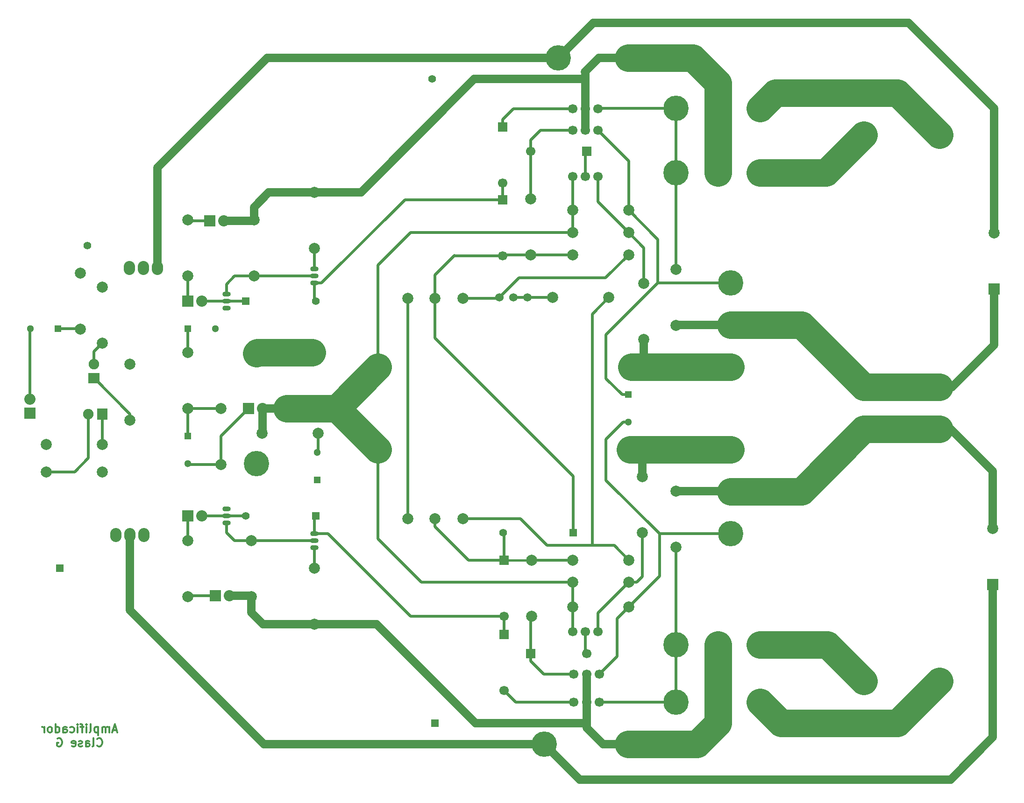
<source format=gbr>
G04 #@! TF.FileFunction,Copper,L2,Bot,Signal*
%FSLAX46Y46*%
G04 Gerber Fmt 4.6, Leading zero omitted, Abs format (unit mm)*
G04 Created by KiCad (PCBNEW (2016-09-05 BZR 7119, Git caafcde)-product) date Tue Sep 20 16:16:29 2016*
%MOMM*%
%LPD*%
G01*
G04 APERTURE LIST*
%ADD10C,0.100000*%
%ADD11C,0.300000*%
%ADD12C,4.600000*%
%ADD13C,1.699260*%
%ADD14R,1.699260X1.699260*%
%ADD15R,1.397000X1.397000*%
%ADD16C,1.397000*%
%ADD17C,1.998980*%
%ADD18R,2.032000X2.032000*%
%ADD19O,2.032000X2.032000*%
%ADD20R,1.300000X1.300000*%
%ADD21C,1.300000*%
%ADD22R,2.000000X1.900000*%
%ADD23C,1.900000*%
%ADD24C,1.800000*%
%ADD25R,1.998980X1.998980*%
%ADD26R,1.900000X2.000000*%
%ADD27C,2.000000*%
%ADD28C,1.524000*%
%ADD29O,2.032000X2.540000*%
%ADD30O,1.501140X0.899160*%
%ADD31C,0.500000*%
%ADD32C,1.500000*%
%ADD33C,5.000000*%
%ADD34C,0.400000*%
G04 APERTURE END LIST*
D10*
D11*
X64714285Y-145975000D02*
X64000000Y-145975000D01*
X64857142Y-146403571D02*
X64357142Y-144903571D01*
X63857142Y-146403571D01*
X63357142Y-146403571D02*
X63357142Y-145403571D01*
X63357142Y-145546428D02*
X63285714Y-145475000D01*
X63142857Y-145403571D01*
X62928571Y-145403571D01*
X62785714Y-145475000D01*
X62714285Y-145617857D01*
X62714285Y-146403571D01*
X62714285Y-145617857D02*
X62642857Y-145475000D01*
X62500000Y-145403571D01*
X62285714Y-145403571D01*
X62142857Y-145475000D01*
X62071428Y-145617857D01*
X62071428Y-146403571D01*
X61357142Y-145403571D02*
X61357142Y-146903571D01*
X61357142Y-145475000D02*
X61214285Y-145403571D01*
X60928571Y-145403571D01*
X60785714Y-145475000D01*
X60714285Y-145546428D01*
X60642857Y-145689285D01*
X60642857Y-146117857D01*
X60714285Y-146260714D01*
X60785714Y-146332142D01*
X60928571Y-146403571D01*
X61214285Y-146403571D01*
X61357142Y-146332142D01*
X59785714Y-146403571D02*
X59928571Y-146332142D01*
X60000000Y-146189285D01*
X60000000Y-144903571D01*
X59214285Y-146403571D02*
X59214285Y-145403571D01*
X59214285Y-144903571D02*
X59285714Y-144975000D01*
X59214285Y-145046428D01*
X59142857Y-144975000D01*
X59214285Y-144903571D01*
X59214285Y-145046428D01*
X58714285Y-145403571D02*
X58142857Y-145403571D01*
X58500000Y-146403571D02*
X58500000Y-145117857D01*
X58428571Y-144975000D01*
X58285714Y-144903571D01*
X58142857Y-144903571D01*
X57642857Y-146403571D02*
X57642857Y-145403571D01*
X57642857Y-144903571D02*
X57714285Y-144975000D01*
X57642857Y-145046428D01*
X57571428Y-144975000D01*
X57642857Y-144903571D01*
X57642857Y-145046428D01*
X56285714Y-146332142D02*
X56428571Y-146403571D01*
X56714285Y-146403571D01*
X56857142Y-146332142D01*
X56928571Y-146260714D01*
X57000000Y-146117857D01*
X57000000Y-145689285D01*
X56928571Y-145546428D01*
X56857142Y-145475000D01*
X56714285Y-145403571D01*
X56428571Y-145403571D01*
X56285714Y-145475000D01*
X55000000Y-146403571D02*
X55000000Y-145617857D01*
X55071428Y-145475000D01*
X55214285Y-145403571D01*
X55500000Y-145403571D01*
X55642857Y-145475000D01*
X55000000Y-146332142D02*
X55142857Y-146403571D01*
X55500000Y-146403571D01*
X55642857Y-146332142D01*
X55714285Y-146189285D01*
X55714285Y-146046428D01*
X55642857Y-145903571D01*
X55500000Y-145832142D01*
X55142857Y-145832142D01*
X55000000Y-145760714D01*
X53642857Y-146403571D02*
X53642857Y-144903571D01*
X53642857Y-146332142D02*
X53785714Y-146403571D01*
X54071428Y-146403571D01*
X54214285Y-146332142D01*
X54285714Y-146260714D01*
X54357142Y-146117857D01*
X54357142Y-145689285D01*
X54285714Y-145546428D01*
X54214285Y-145475000D01*
X54071428Y-145403571D01*
X53785714Y-145403571D01*
X53642857Y-145475000D01*
X52714285Y-146403571D02*
X52857142Y-146332142D01*
X52928571Y-146260714D01*
X53000000Y-146117857D01*
X53000000Y-145689285D01*
X52928571Y-145546428D01*
X52857142Y-145475000D01*
X52714285Y-145403571D01*
X52500000Y-145403571D01*
X52357142Y-145475000D01*
X52285714Y-145546428D01*
X52214285Y-145689285D01*
X52214285Y-146117857D01*
X52285714Y-146260714D01*
X52357142Y-146332142D01*
X52500000Y-146403571D01*
X52714285Y-146403571D01*
X51571428Y-146403571D02*
X51571428Y-145403571D01*
X51571428Y-145689285D02*
X51500000Y-145546428D01*
X51428571Y-145475000D01*
X51285714Y-145403571D01*
X51142857Y-145403571D01*
X61178571Y-148810714D02*
X61250000Y-148882142D01*
X61464285Y-148953571D01*
X61607142Y-148953571D01*
X61821428Y-148882142D01*
X61964285Y-148739285D01*
X62035714Y-148596428D01*
X62107142Y-148310714D01*
X62107142Y-148096428D01*
X62035714Y-147810714D01*
X61964285Y-147667857D01*
X61821428Y-147525000D01*
X61607142Y-147453571D01*
X61464285Y-147453571D01*
X61250000Y-147525000D01*
X61178571Y-147596428D01*
X60321428Y-148953571D02*
X60464285Y-148882142D01*
X60535714Y-148739285D01*
X60535714Y-147453571D01*
X59107142Y-148953571D02*
X59107142Y-148167857D01*
X59178571Y-148025000D01*
X59321428Y-147953571D01*
X59607142Y-147953571D01*
X59750000Y-148025000D01*
X59107142Y-148882142D02*
X59250000Y-148953571D01*
X59607142Y-148953571D01*
X59750000Y-148882142D01*
X59821428Y-148739285D01*
X59821428Y-148596428D01*
X59750000Y-148453571D01*
X59607142Y-148382142D01*
X59250000Y-148382142D01*
X59107142Y-148310714D01*
X58464285Y-148882142D02*
X58321428Y-148953571D01*
X58035714Y-148953571D01*
X57892857Y-148882142D01*
X57821428Y-148739285D01*
X57821428Y-148667857D01*
X57892857Y-148525000D01*
X58035714Y-148453571D01*
X58250000Y-148453571D01*
X58392857Y-148382142D01*
X58464285Y-148239285D01*
X58464285Y-148167857D01*
X58392857Y-148025000D01*
X58250000Y-147953571D01*
X58035714Y-147953571D01*
X57892857Y-148025000D01*
X56607142Y-148882142D02*
X56750000Y-148953571D01*
X57035714Y-148953571D01*
X57178571Y-148882142D01*
X57250000Y-148739285D01*
X57250000Y-148167857D01*
X57178571Y-148025000D01*
X57035714Y-147953571D01*
X56750000Y-147953571D01*
X56607142Y-148025000D01*
X56535714Y-148167857D01*
X56535714Y-148310714D01*
X57250000Y-148453571D01*
X53964285Y-147525000D02*
X54107142Y-147453571D01*
X54321428Y-147453571D01*
X54535714Y-147525000D01*
X54678571Y-147667857D01*
X54750000Y-147810714D01*
X54821428Y-148096428D01*
X54821428Y-148310714D01*
X54750000Y-148596428D01*
X54678571Y-148739285D01*
X54535714Y-148882142D01*
X54321428Y-148953571D01*
X54178571Y-148953571D01*
X53964285Y-148882142D01*
X53892857Y-148810714D01*
X53892857Y-148310714D01*
X54178571Y-148310714D01*
D12*
X166116000Y-44958000D03*
X173736000Y-44958000D03*
X181356000Y-44958000D03*
X175980000Y-64920000D03*
X175980000Y-72540000D03*
X175980000Y-80160000D03*
X175980000Y-110400000D03*
X175980000Y-102780000D03*
X175980000Y-95160000D03*
X166116000Y-33274000D03*
X173736000Y-33274000D03*
X181356000Y-33274000D03*
D13*
X139722000Y-41024000D03*
D14*
X149882000Y-41024000D03*
D15*
X147450000Y-110160000D03*
D16*
X134750000Y-110160000D03*
D17*
X157556000Y-115160000D03*
X147396000Y-115160000D03*
D13*
X149896000Y-132160000D03*
D14*
X139736000Y-132160000D03*
D17*
X147396000Y-119160000D03*
X157556000Y-119160000D03*
X147396000Y-123660000D03*
X157556000Y-123660000D03*
D13*
X149687080Y-128160000D03*
X147396000Y-128160000D03*
X151978160Y-128160000D03*
D17*
X77586000Y-111660000D03*
X77586000Y-121820000D03*
D18*
X82586000Y-121660000D03*
D19*
X85126000Y-121660000D03*
D17*
X89086000Y-111660000D03*
X89086000Y-121820000D03*
D20*
X101086000Y-100660000D03*
D21*
X101086000Y-95660000D03*
D17*
X91086000Y-92160000D03*
X101246000Y-92160000D03*
D18*
X88586000Y-87660000D03*
D19*
X91126000Y-87660000D03*
D17*
X100086000Y-77500000D03*
X100086000Y-87660000D03*
D12*
X90086000Y-97660000D03*
D15*
X95586000Y-87660000D03*
D16*
X95586000Y-77500000D03*
D12*
X90086000Y-77660000D03*
D17*
X51926000Y-99160000D03*
X62086000Y-99160000D03*
X51926000Y-94160000D03*
X62086000Y-94160000D03*
D18*
X77586000Y-107160000D03*
D19*
X80126000Y-107160000D03*
D22*
X60586000Y-82200000D03*
D23*
X60586000Y-79660000D03*
D24*
X112090000Y-95160000D03*
X157810000Y-95160000D03*
D20*
X77586000Y-73160000D03*
D21*
X82586000Y-73160000D03*
D20*
X54086000Y-73160000D03*
D21*
X49086000Y-73160000D03*
D20*
X157450000Y-85160000D03*
D21*
X157450000Y-90160000D03*
D15*
X122428000Y-144780000D03*
D16*
X135128000Y-144780000D03*
D15*
X72086000Y-58160000D03*
D16*
X59386000Y-58160000D03*
D15*
X54386000Y-116660000D03*
D16*
X67086000Y-116660000D03*
D15*
X134620000Y-27940000D03*
D16*
X121920000Y-27940000D03*
D15*
X100786000Y-107160000D03*
D16*
X88086000Y-107160000D03*
D15*
X88086000Y-68160000D03*
D16*
X100786000Y-68160000D03*
D20*
X77586000Y-92660000D03*
D21*
X77586000Y-97660000D03*
D17*
X223774000Y-55880000D03*
D25*
X223774000Y-66040000D03*
D13*
X134664000Y-46790000D03*
D14*
X134664000Y-36630000D03*
D13*
X134664000Y-59950000D03*
D14*
X134664000Y-49790000D03*
D13*
X134896000Y-125320000D03*
D14*
X134896000Y-115160000D03*
D13*
X134898540Y-138820520D03*
D14*
X134898540Y-128660520D03*
D17*
X223520000Y-109474000D03*
D25*
X223520000Y-119634000D03*
D26*
X62086000Y-88660000D03*
D23*
X59546000Y-88660000D03*
D18*
X77586000Y-68160000D03*
D19*
X80126000Y-68160000D03*
D18*
X81586000Y-53660000D03*
D19*
X84126000Y-53660000D03*
D13*
X149628000Y-33290000D03*
X151919080Y-33290000D03*
X147336920Y-33290000D03*
X149633080Y-37214000D03*
X151924160Y-37214000D03*
X147342000Y-37214000D03*
X149865080Y-135890000D03*
X152156160Y-135890000D03*
X147574000Y-135890000D03*
D12*
X166116000Y-140970000D03*
X173736000Y-140970000D03*
X181356000Y-140970000D03*
D13*
X149865080Y-140970000D03*
X152156160Y-140970000D03*
X147574000Y-140970000D03*
D12*
X166116000Y-130556000D03*
X173736000Y-130556000D03*
X181356000Y-130556000D03*
D27*
X117500000Y-67660000D03*
X122400000Y-67660000D03*
X127450000Y-67660000D03*
X117500000Y-107660000D03*
X122400000Y-107660000D03*
X127450000Y-107660000D03*
D17*
X166116000Y-62484000D03*
X166116000Y-72644000D03*
D24*
X157810000Y-80160000D03*
X112090000Y-80160000D03*
D17*
X157502000Y-51692000D03*
X147342000Y-51692000D03*
X166116000Y-102660000D03*
X166116000Y-112820000D03*
X139722000Y-49660000D03*
X139722000Y-59820000D03*
X139896000Y-125320000D03*
X139896000Y-115160000D03*
X100586000Y-116660000D03*
X100586000Y-126820000D03*
X77586000Y-87660000D03*
X77586000Y-77500000D03*
X83586000Y-97820000D03*
X83586000Y-87660000D03*
X58086000Y-63160000D03*
X58086000Y-73320000D03*
X100586000Y-48500000D03*
X100586000Y-58660000D03*
D24*
X200152000Y-91440000D03*
X200152000Y-137160000D03*
X213868000Y-91440000D03*
X213868000Y-137160000D03*
X213868000Y-38100000D03*
X213868000Y-83820000D03*
X200152000Y-38100000D03*
X200152000Y-83820000D03*
D17*
X157502000Y-59820000D03*
X147342000Y-59820000D03*
X89586000Y-53500000D03*
X89586000Y-63660000D03*
X157502000Y-55756000D03*
X147342000Y-55756000D03*
X160274000Y-75184000D03*
X160274000Y-65024000D03*
X159950000Y-100000000D03*
X159950000Y-110160000D03*
X77586000Y-53500000D03*
X77586000Y-63660000D03*
X143764000Y-67564000D03*
X153924000Y-67564000D03*
D28*
X136652000Y-67564000D03*
X139192000Y-67564000D03*
X134112000Y-67564000D03*
D17*
X67086000Y-79660000D03*
X67086000Y-89820000D03*
X62086000Y-75820000D03*
X62086000Y-65660000D03*
D12*
X157480000Y-24130000D03*
X144780000Y-24130000D03*
X142240000Y-148590000D03*
X157480000Y-148590000D03*
D29*
X69586000Y-62160000D03*
X67046000Y-62160000D03*
X72126000Y-62160000D03*
X67126000Y-110660000D03*
X64586000Y-110660000D03*
X69666000Y-110660000D03*
D13*
X149628000Y-45596000D03*
X147336920Y-45596000D03*
X151919080Y-45596000D03*
D30*
X100586000Y-111660000D03*
X100586000Y-110390000D03*
X100586000Y-112930000D03*
X84586000Y-107160000D03*
X84586000Y-105890000D03*
X84586000Y-108430000D03*
X84586000Y-68160000D03*
X84586000Y-69430000D03*
X84586000Y-66890000D03*
X100586000Y-63660000D03*
X100586000Y-64930000D03*
X100586000Y-62390000D03*
D18*
X49000000Y-88540000D03*
D19*
X49000000Y-86000000D03*
D31*
X77586000Y-77500000D02*
X77586000Y-73160000D01*
X54086000Y-73160000D02*
X57926000Y-73160000D01*
X57926000Y-73160000D02*
X58086000Y-73320000D01*
X49000000Y-86000000D02*
X49000000Y-73246000D01*
X49000000Y-73246000D02*
X49086000Y-73160000D01*
X162814000Y-64796000D02*
X162938000Y-64920000D01*
X162938000Y-64920000D02*
X175980000Y-64920000D01*
X153416000Y-74323248D02*
X153416000Y-82276000D01*
X153416000Y-82276000D02*
X156300000Y-85160000D01*
X156300000Y-85160000D02*
X157450000Y-85160000D01*
X162814000Y-64796000D02*
X162814000Y-64925248D01*
X162814000Y-64925248D02*
X153416000Y-74323248D01*
X162814000Y-57004000D02*
X162814000Y-64796000D01*
X157502000Y-51692000D02*
X162814000Y-57004000D01*
X151924160Y-37214000D02*
X157502000Y-42791840D01*
X157502000Y-42791840D02*
X157502000Y-51692000D01*
X155448000Y-125768000D02*
X155448000Y-132598160D01*
X155448000Y-132598160D02*
X152156160Y-135890000D01*
X157556000Y-123660000D02*
X155448000Y-125768000D01*
X163120000Y-110400000D02*
X163120000Y-118096000D01*
X163120000Y-118096000D02*
X157556000Y-123660000D01*
X175980000Y-110400000D02*
X172727309Y-110400000D01*
X172727309Y-110400000D02*
X163120000Y-110400000D01*
X163120000Y-110400000D02*
X153416000Y-100696000D01*
X153416000Y-100696000D02*
X153416000Y-93274762D01*
X157450000Y-90160000D02*
X156530762Y-90160000D01*
X156530762Y-90160000D02*
X153416000Y-93274762D01*
X130000000Y-144780000D02*
X129794000Y-144780000D01*
D32*
X130000000Y-144780000D02*
X135128000Y-144780000D01*
X111834000Y-126820000D02*
X129794000Y-144780000D01*
X100586000Y-126820000D02*
X111834000Y-126820000D01*
X89086000Y-121820000D02*
X89086000Y-124660000D01*
X89086000Y-124660000D02*
X91246000Y-126820000D01*
X91246000Y-126820000D02*
X100586000Y-126820000D01*
X85126000Y-121660000D02*
X88926000Y-121660000D01*
X88926000Y-121660000D02*
X89086000Y-121820000D01*
X135128000Y-144780000D02*
X149865080Y-144780000D01*
X149865080Y-140970000D02*
X149865080Y-145547080D01*
X149865080Y-135890000D02*
X149865080Y-140970000D01*
X157480000Y-148590000D02*
X152908000Y-148590000D01*
X152908000Y-148590000D02*
X149865080Y-145547080D01*
D31*
X149865080Y-140970000D02*
X149865080Y-144780000D01*
X149865080Y-144780000D02*
X149865080Y-145547080D01*
D33*
X173736000Y-144780000D02*
X173736000Y-140970000D01*
X169926000Y-148590000D02*
X173736000Y-144780000D01*
X157480000Y-148590000D02*
X169926000Y-148590000D01*
X173736000Y-130556000D02*
X173736000Y-140970000D01*
D32*
X72086000Y-58160000D02*
X72086000Y-62120000D01*
X72086000Y-62120000D02*
X72126000Y-62160000D01*
X72086000Y-44000000D02*
X72086000Y-58160000D01*
X144780000Y-24130000D02*
X91956000Y-24130000D01*
X91956000Y-24130000D02*
X72086000Y-44000000D01*
X208280000Y-17780000D02*
X151130000Y-17780000D01*
X151130000Y-17780000D02*
X144780000Y-24130000D01*
X223774000Y-55880000D02*
X223774000Y-33274000D01*
X223774000Y-33274000D02*
X208280000Y-17780000D01*
X223520000Y-119634000D02*
X223520000Y-147320000D01*
X215840000Y-155000000D02*
X223520000Y-147320000D01*
X142240000Y-148590000D02*
X148650000Y-155000000D01*
X148650000Y-155000000D02*
X215840000Y-155000000D01*
X215840000Y-155000000D02*
X215900000Y-154940000D01*
X91440000Y-148590000D02*
X142240000Y-148590000D01*
X67086000Y-116660000D02*
X67086000Y-124236000D01*
X67086000Y-124236000D02*
X91440000Y-148590000D01*
X67126000Y-110660000D02*
X67126000Y-116620000D01*
X67126000Y-116620000D02*
X67086000Y-116660000D01*
D31*
X215900000Y-154940000D02*
X223520000Y-147320000D01*
D32*
X100586000Y-48500000D02*
X108980000Y-48500000D01*
X92246000Y-48500000D02*
X100586000Y-48500000D01*
X89586000Y-53500000D02*
X89586000Y-51160000D01*
X89586000Y-51160000D02*
X92246000Y-48500000D01*
X84126000Y-53660000D02*
X89426000Y-53660000D01*
X89426000Y-53660000D02*
X89586000Y-53500000D01*
X134620000Y-27940000D02*
X129540000Y-27940000D01*
X129540000Y-27940000D02*
X108980000Y-48500000D01*
X149628000Y-28000000D02*
X149628000Y-33290000D01*
X149628000Y-26692000D02*
X149628000Y-28000000D01*
X149628000Y-28000000D02*
X149568000Y-27940000D01*
X149568000Y-27940000D02*
X134620000Y-27940000D01*
X149606000Y-26670000D02*
X149628000Y-26692000D01*
X157480000Y-24130000D02*
X152146000Y-24130000D01*
X152146000Y-24130000D02*
X149606000Y-26670000D01*
X149628000Y-33290000D02*
X149628000Y-37208920D01*
X149628000Y-37208920D02*
X149633080Y-37214000D01*
D31*
X149606000Y-26670000D02*
X149606000Y-27940000D01*
X149606000Y-27940000D02*
X149606000Y-31960000D01*
X134620000Y-27940000D02*
X135818500Y-27940000D01*
X135818500Y-27940000D02*
X149606000Y-27940000D01*
X149606000Y-31960000D02*
X149628000Y-31982000D01*
X149628000Y-31982000D02*
X149628000Y-33290000D01*
D33*
X173736000Y-28702000D02*
X173736000Y-33274000D01*
X169164000Y-24130000D02*
X173736000Y-28702000D01*
X157480000Y-24130000D02*
X169164000Y-24130000D01*
X173736000Y-33274000D02*
X173736000Y-44958000D01*
D31*
X149633080Y-37214000D02*
X149561455Y-37214000D01*
X101246000Y-92160000D02*
X101246000Y-95500000D01*
X101246000Y-95500000D02*
X101086000Y-95660000D01*
X103024000Y-110390000D02*
X117954000Y-125320000D01*
X117954000Y-125320000D02*
X134896000Y-125320000D01*
X100586000Y-110390000D02*
X103024000Y-110390000D01*
X134896000Y-125320000D02*
X134896000Y-128657980D01*
X134896000Y-128657980D02*
X134898540Y-128660520D01*
X100586000Y-110390000D02*
X100586000Y-107360000D01*
X100586000Y-107360000D02*
X100786000Y-107160000D01*
X84586000Y-107160000D02*
X80126000Y-107160000D01*
X88086000Y-107160000D02*
X84586000Y-107160000D01*
X84586000Y-68160000D02*
X88086000Y-68160000D01*
X84586000Y-68160000D02*
X80126000Y-68160000D01*
X100586000Y-64930000D02*
X101836570Y-64930000D01*
X101836570Y-64930000D02*
X116976570Y-49790000D01*
X116976570Y-49790000D02*
X133314370Y-49790000D01*
X133314370Y-49790000D02*
X134664000Y-49790000D01*
X134664000Y-46790000D02*
X134664000Y-49790000D01*
X100586000Y-64930000D02*
X100586000Y-67960000D01*
X100586000Y-67960000D02*
X100786000Y-68160000D01*
X77586000Y-87660000D02*
X83586000Y-87660000D01*
X77586000Y-87660000D02*
X77586000Y-89073492D01*
X77586000Y-89073492D02*
X77586000Y-92660000D01*
X83586000Y-92660000D02*
X88586000Y-87660000D01*
X83586000Y-97820000D02*
X83586000Y-92660000D01*
X83586000Y-97820000D02*
X77746000Y-97820000D01*
X77746000Y-97820000D02*
X77586000Y-97660000D01*
X147450000Y-110160000D02*
X147450000Y-99952000D01*
X147450000Y-99952000D02*
X122400000Y-74902000D01*
X122400000Y-74902000D02*
X122400000Y-67660000D01*
X125984000Y-59944000D02*
X125990000Y-59950000D01*
X125990000Y-59950000D02*
X134664000Y-59950000D01*
X122428000Y-63500000D02*
X125984000Y-59944000D01*
X122428000Y-66217787D02*
X122428000Y-63500000D01*
X122400000Y-67660000D02*
X122400000Y-66245787D01*
X122400000Y-66245787D02*
X122428000Y-66217787D01*
X139722000Y-59820000D02*
X143532000Y-59820000D01*
X143532000Y-59820000D02*
X144040000Y-59820000D01*
X145928508Y-59820000D02*
X143532000Y-59820000D01*
X147342000Y-59820000D02*
X145928508Y-59820000D01*
X139722000Y-59820000D02*
X134794000Y-59820000D01*
X134794000Y-59820000D02*
X134664000Y-59950000D01*
D34*
X122610000Y-67450000D02*
X122400000Y-67660000D01*
D31*
X122400000Y-107660000D02*
X122400000Y-109074213D01*
X122400000Y-109074213D02*
X128485787Y-115160000D01*
X128485787Y-115160000D02*
X134896000Y-115160000D01*
X134896000Y-115160000D02*
X134896000Y-110306000D01*
X134896000Y-110306000D02*
X134750000Y-110160000D01*
X147396000Y-115160000D02*
X144896000Y-115160000D01*
X134950000Y-110360000D02*
X134750000Y-110160000D01*
X147196000Y-114960000D02*
X147396000Y-115160000D01*
X139896000Y-115160000D02*
X144896000Y-115160000D01*
D34*
X139736000Y-115160000D02*
X134896000Y-115160000D01*
X134846000Y-115110000D02*
X134896000Y-115160000D01*
D32*
X175980000Y-72540000D02*
X166220000Y-72540000D01*
X166220000Y-72540000D02*
X166116000Y-72644000D01*
X213868000Y-83820000D02*
X216154000Y-83820000D01*
X216154000Y-83820000D02*
X223774000Y-76200000D01*
X223774000Y-66040000D02*
X223774000Y-76200000D01*
D33*
X213868000Y-83820000D02*
X200152000Y-83820000D01*
X175980000Y-72540000D02*
X188872000Y-72540000D01*
X188872000Y-72540000D02*
X200152000Y-83820000D01*
D31*
X134664000Y-36630000D02*
X134664000Y-35280370D01*
X134664000Y-35280370D02*
X136654370Y-33290000D01*
X136654370Y-33290000D02*
X147336920Y-33290000D01*
X147574000Y-140970000D02*
X137048020Y-140970000D01*
X137048020Y-140970000D02*
X134898540Y-138820520D01*
X141500000Y-37214000D02*
X147342000Y-37214000D01*
X139722000Y-38992000D02*
X141500000Y-37214000D01*
X139722000Y-41024000D02*
X139722000Y-38992000D01*
X139722000Y-41024000D02*
X139722000Y-42225558D01*
X139722000Y-42225558D02*
X139722000Y-49660000D01*
X149628000Y-45596000D02*
X149628000Y-41278000D01*
X149628000Y-41278000D02*
X149882000Y-41024000D01*
X149687080Y-131951080D02*
X149896000Y-132160000D01*
X149687080Y-128160000D02*
X149687080Y-131951080D01*
X147574000Y-135890000D02*
X142116370Y-135890000D01*
X142116370Y-135890000D02*
X139736000Y-133509630D01*
X139736000Y-133509630D02*
X139736000Y-132160000D01*
X139736000Y-132160000D02*
X139736000Y-125480000D01*
X139736000Y-125480000D02*
X139896000Y-125320000D01*
D32*
X213868000Y-91440000D02*
X215900000Y-91440000D01*
X215900000Y-91440000D02*
X223520000Y-99060000D01*
X223520000Y-99060000D02*
X223520000Y-109474000D01*
X166116000Y-102660000D02*
X175860000Y-102660000D01*
X175860000Y-102660000D02*
X175980000Y-102780000D01*
D33*
X200152000Y-91440000D02*
X213868000Y-91440000D01*
X175980000Y-102780000D02*
X188812000Y-102780000D01*
X188812000Y-102780000D02*
X200152000Y-91440000D01*
D31*
X60586000Y-82200000D02*
X60636000Y-82200000D01*
X60636000Y-82200000D02*
X67086000Y-88650000D01*
X67086000Y-88650000D02*
X67086000Y-89820000D01*
X60586000Y-77320000D02*
X60586000Y-79660000D01*
X62086000Y-75820000D02*
X60586000Y-77320000D01*
X62086000Y-88660000D02*
X62086000Y-94160000D01*
X59586000Y-96660000D02*
X59546000Y-96620000D01*
X59546000Y-96620000D02*
X59546000Y-88660000D01*
X57086000Y-99160000D02*
X59586000Y-96660000D01*
X51926000Y-99160000D02*
X57086000Y-99160000D01*
X77586000Y-68160000D02*
X77586000Y-63660000D01*
X77586000Y-107160000D02*
X77586000Y-111660000D01*
X81586000Y-53660000D02*
X77746000Y-53660000D01*
X77746000Y-53660000D02*
X77586000Y-53500000D01*
X82586000Y-121660000D02*
X77746000Y-121660000D01*
X77746000Y-121660000D02*
X77586000Y-121820000D01*
D32*
X91126000Y-87660000D02*
X91126000Y-92120000D01*
X91126000Y-92120000D02*
X91086000Y-92160000D01*
X95586000Y-87660000D02*
X91126000Y-87660000D01*
D31*
X147396000Y-119160000D02*
X119950000Y-119160000D01*
X119950000Y-119160000D02*
X112090000Y-111300000D01*
X112090000Y-111300000D02*
X112090000Y-95160000D01*
X117980000Y-55756000D02*
X112090000Y-61646000D01*
X112090000Y-61646000D02*
X112090000Y-80160000D01*
X147342000Y-55756000D02*
X117980000Y-55756000D01*
X147336920Y-45596000D02*
X147336920Y-51686920D01*
X147336920Y-51686920D02*
X147342000Y-51692000D01*
X147342000Y-55756000D02*
X147342000Y-51692000D01*
X93746000Y-87660000D02*
X97586000Y-87660000D01*
X147396000Y-119160000D02*
X147396000Y-123660000D01*
X147396000Y-123660000D02*
X147396000Y-128160000D01*
D33*
X100086000Y-87660000D02*
X95586000Y-87660000D01*
X112090000Y-95160000D02*
X104590000Y-87660000D01*
X104226000Y-87660000D02*
X100086000Y-87660000D01*
X112090000Y-80160000D02*
X104590000Y-87660000D01*
X100086000Y-77500000D02*
X95586000Y-77500000D01*
X95586000Y-77500000D02*
X90246000Y-77500000D01*
X90246000Y-77500000D02*
X90086000Y-77660000D01*
D31*
X166116000Y-44958000D02*
X166116000Y-48210691D01*
X166116000Y-48210691D02*
X166116000Y-62484000D01*
X166116000Y-33274000D02*
X151935080Y-33274000D01*
X151935080Y-33274000D02*
X151919080Y-33290000D01*
X166116000Y-33274000D02*
X166116000Y-36526691D01*
X166116000Y-36526691D02*
X166116000Y-44958000D01*
X166100000Y-33290000D02*
X166116000Y-33274000D01*
D33*
X181356000Y-33274000D02*
X184150000Y-30480000D01*
X184150000Y-30480000D02*
X206248000Y-30480000D01*
X206248000Y-30480000D02*
X213868000Y-38100000D01*
D32*
X160274000Y-75184000D02*
X160274000Y-80160000D01*
D33*
X175980000Y-80160000D02*
X160274000Y-80160000D01*
X160274000Y-80160000D02*
X158050010Y-80160000D01*
D31*
X157450000Y-79800000D02*
X157810000Y-80160000D01*
X166116000Y-130556000D02*
X166116000Y-112820000D01*
X166116000Y-140970000D02*
X162863309Y-140970000D01*
X162863309Y-140970000D02*
X152156160Y-140970000D01*
X166116000Y-130556000D02*
X166116000Y-140970000D01*
D33*
X181356000Y-140970000D02*
X185166000Y-144780000D01*
X185166000Y-144780000D02*
X206248000Y-144780000D01*
X206248000Y-144780000D02*
X213868000Y-137160000D01*
D31*
X86086000Y-111660000D02*
X84586000Y-110160000D01*
X89086000Y-111660000D02*
X86086000Y-111660000D01*
X84586000Y-110160000D02*
X84586000Y-108459590D01*
X89086000Y-111660000D02*
X100586000Y-111660000D01*
X100586000Y-112930000D02*
X100586000Y-116660000D01*
D33*
X181356000Y-44958000D02*
X193294000Y-44958000D01*
X193294000Y-44958000D02*
X200152000Y-38100000D01*
X181356000Y-130556000D02*
X193548000Y-130556000D01*
X193548000Y-130556000D02*
X200152000Y-137160000D01*
D31*
X100586000Y-63660000D02*
X89586000Y-63660000D01*
X84586000Y-66890000D02*
X84586000Y-65160000D01*
X84586000Y-65160000D02*
X86086000Y-63660000D01*
X86086000Y-63660000D02*
X89586000Y-63660000D01*
X100586000Y-62390000D02*
X100586000Y-58660000D01*
X117500000Y-67660000D02*
X117500000Y-107660000D01*
X127450000Y-67660000D02*
X134016000Y-67660000D01*
X134016000Y-67660000D02*
X134112000Y-67564000D01*
X134112000Y-67564000D02*
X137668000Y-64008000D01*
X137668000Y-64008000D02*
X153314000Y-64008000D01*
X153314000Y-64008000D02*
X157502000Y-59820000D01*
X154918000Y-112522000D02*
X150876000Y-112522000D01*
X150876000Y-112522000D02*
X142748000Y-112522000D01*
X150950000Y-71882000D02*
X150950000Y-112448000D01*
X150950000Y-112448000D02*
X150876000Y-112522000D01*
X157556000Y-115160000D02*
X154918000Y-112522000D01*
X142748000Y-112522000D02*
X137886000Y-107660000D01*
X137886000Y-107660000D02*
X127450000Y-107660000D01*
X150950000Y-71882000D02*
X150950000Y-71660000D01*
X153924000Y-67564000D02*
X150950000Y-70538000D01*
X150950000Y-70538000D02*
X150950000Y-71882000D01*
X157556000Y-119160000D02*
X158969492Y-119160000D01*
X158969492Y-119160000D02*
X159950000Y-118179492D01*
X159950000Y-118179492D02*
X159950000Y-111573492D01*
X159950000Y-111573492D02*
X159950000Y-110160000D01*
X159950000Y-110320000D02*
X159950000Y-110160000D01*
X151978160Y-124737840D02*
X155896000Y-120820000D01*
X154896000Y-121820000D02*
X155896000Y-120820000D01*
X151978160Y-128160000D02*
X151978160Y-124737840D01*
X155896000Y-120820000D02*
X157556000Y-119160000D01*
D32*
X159950000Y-100000000D02*
X159950000Y-95344000D01*
X159950000Y-95344000D02*
X159766000Y-95160000D01*
D33*
X157810000Y-95160000D02*
X159766000Y-95160000D01*
X159766000Y-95160000D02*
X175980000Y-95160000D01*
D31*
X139192000Y-67564000D02*
X136652000Y-67564000D01*
X143764000Y-67564000D02*
X139192000Y-67564000D01*
X160274000Y-62336000D02*
X160274000Y-65024000D01*
X160274000Y-62336000D02*
X160274000Y-58528000D01*
X160274000Y-58528000D02*
X157502000Y-55756000D01*
X151919080Y-45596000D02*
X151919080Y-50173080D01*
X151919080Y-50173080D02*
X157502000Y-55756000D01*
M02*

</source>
